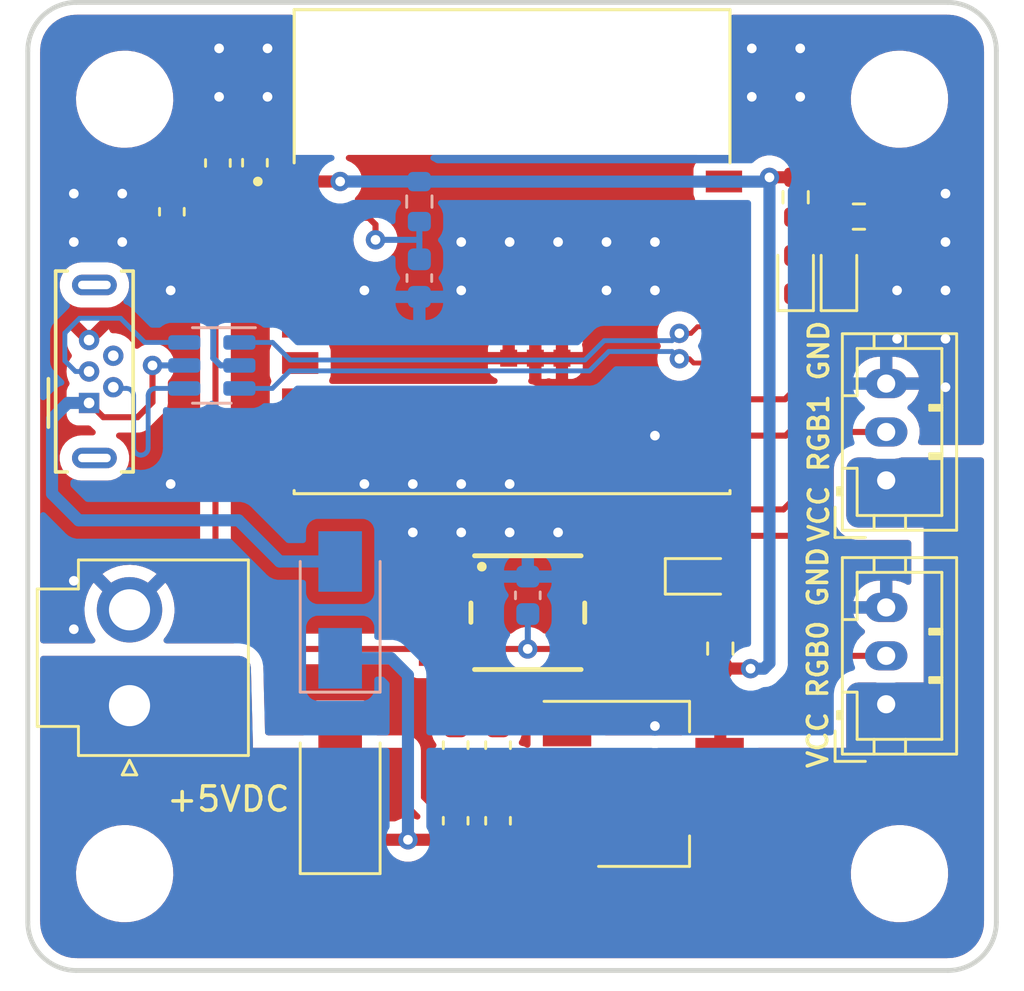
<source format=kicad_pcb>
(kicad_pcb (version 20211014) (generator pcbnew)
  (layers (0 "F.Cu" signal) (31 "B.Cu" signal) (34 "B.Paste" user) (35 "F.Paste" user) (36 "B.SilkS" user "B.Silkscreen") (37 "F.SilkS" user "F.Silkscreen") (38 "B.Mask" user) (39 "F.Mask" user) (44 "Edge.Cuts" user))
  (net 0 "")
  (net 1 "EN")
  (net 2 "GND")
  (net 3 "+3.3V")
  (net 4 "VBUS")
  (net 5 "VCC")
  (net 6 "/Connector/VBUS_USB")
  (net 7 "Net-(D3-Pad2)")
  (net 8 "RXD")
  (net 9 "Net-(D4-Pad2)")
  (net 10 "TXD")
  (net 11 "Net-(D5-Pad2)")
  (net 12 "D-")
  (net 13 "D+")
  (net 16 "RGB0")
  (net 17 "RGB1")
  (net 27 "CONN_D-")
  (net 28 "CONN_D+")
  (footprint "Connector_JST:JST_VH_B2P-VH-B_1x02_P3.96mm_Vertical" (layer "F.Cu") (at 114.2 103.0575 90)
    (fp_text reference "J1" hide)
    (fp_text value "Conn_01x02")
    (fp_line (start -2.06 4.91) (end -2.06 -2.11) (layer "F.SilkS") (width 0.12))
    (fp_line (start -2.06 -2.11) (end -0.86 -2.11) (layer "F.SilkS") (width 0.12))
    (fp_line (start 6.02 -2.11) (end 6.02 4.91) (layer "F.SilkS") (width 0.12))
    (fp_line (start -2.26 0) (end -2.86 0.3) (layer "F.SilkS") (width 0.12))
    (fp_line (start -2.86 -0.3) (end -2.26 0) (layer "F.SilkS") (width 0.12))
    (fp_line (start 4.82 -2.11) (end 6.02 -2.11) (layer "F.SilkS") (width 0.12))
    (fp_line (start -2.86 0.3) (end -2.86 -0.3) (layer "F.SilkS") (width 0.12))
    (fp_line (start 4.82 -3.81) (end 4.82 -2.11) (layer "F.SilkS") (width 0.12))
    (fp_line (start 6.02 4.91) (end -2.06 4.91) (layer "F.SilkS") (width 0.12))
    (fp_line (start -0.86 -3.81) (end 4.82 -3.81) (layer "F.SilkS") (width 0.12))
    (fp_line (start -0.86 -2.11) (end -0.86 -3.81) (layer "F.SilkS") (width 0.12))
    (pad "1" thru_hole roundrect (at 0 0 90) (size 2.7 2.7) (drill 1.7) (layers *.Cu *.Mask) (roundrect_rratio 0.092593) (net 5 "VCC"))
    (pad "2" thru_hole circle (at 3.96 0 90) (size 2.7 2.7) (drill 1.7) (layers *.Cu *.Mask) (net 2 "GND"))
  )
  (footprint "LED_SMD:LED_0603_1608Metric" (layer "F.Cu") (at 141.71 85.25 90)
    (fp_text reference "D4" hide)
    (fp_text value "LED")
    (fp_line (start 0.8 -0.735) (end -1.485 -0.735) (layer "F.SilkS") (width 0.12))
    (fp_line (start -1.485 0.735) (end 0.8 0.735) (layer "F.SilkS") (width 0.12))
    (fp_line (start -1.485 -0.735) (end -1.485 0.735) (layer "F.SilkS") (width 0.12))
    (pad "1" smd roundrect (at -0.7875 0 90) (size 0.875 0.95) (layers "F.Cu" "F.Paste" "F.Mask") (net 8 "RXD"))
    (pad "2" smd roundrect (at 0.7875 0 90) (size 0.875 0.95) (layers "F.Cu" "F.Paste" "F.Mask") (net 9 "Net-(D4-Pad2)"))
  )
  (footprint "Resistor_SMD:R_0603_1608Metric" (layer "F.Cu") (at 141.71 82.05 -90)
    (fp_text reference "R3" hide)
    (fp_text value "1K")
    (fp_line (start -0.237258 -0.5225) (end 0.237258 -0.5225) (layer "F.SilkS") (width 0.12))
    (fp_line (start -0.237258 0.5225) (end 0.237258 0.5225) (layer "F.SilkS") (width 0.12))
    (pad "1" smd roundrect (at -0.825 0 270) (size 0.8 0.95) (layers "F.Cu" "F.Paste" "F.Mask") (net 3 "+3.3V"))
    (pad "2" smd roundrect (at 0.825 0 270) (size 0.8 0.95) (layers "F.Cu" "F.Paste" "F.Mask") (net 9 "Net-(D4-Pad2)"))
  )
  (footprint "LED_SMD:LED_0603_1608Metric" (layer "F.Cu") (at 143.5 85.25 90)
    (fp_text reference "D5" hide)
    (fp_text value "LED")
    (fp_line (start 0.8 -0.735) (end -1.485 -0.735) (layer "F.SilkS") (width 0.12))
    (fp_line (start -1.485 0.735) (end 0.8 0.735) (layer "F.SilkS") (width 0.12))
    (fp_line (start -1.485 -0.735) (end -1.485 0.735) (layer "F.SilkS") (width 0.12))
    (pad "1" smd roundrect (at -0.7875 0 90) (size 0.875 0.95) (layers "F.Cu" "F.Paste" "F.Mask") (net 10 "TXD"))
    (pad "2" smd roundrect (at 0.7875 0 90) (size 0.875 0.95) (layers "F.Cu" "F.Paste" "F.Mask") (net 11 "Net-(D5-Pad2)"))
  )
  (footprint "Dotworld:Tactile_Switch" (layer "F.Cu") (at 130.65 99.215)
    (fp_text reference "U1" hide)
    (fp_text value "Tactile_Switch")
    (fp_line (start -2.2 -2.35) (end 2.2 -2.35) (layer "F.SilkS") (width 0.2))
    (fp_line (start 2.2 2.35) (end -2.2 2.35) (layer "F.SilkS") (width 0.2))
    (fp_line (start -2.35 -0.4) (end -2.35 0.4) (layer "F.SilkS") (width 0.2))
    (fp_line (start 2.35 0.4) (end 2.35 -0.4) (layer "F.SilkS") (width 0.2))
    (fp_circle (center -1.9 -1.9) (end -1.8 -1.9) (layer "F.SilkS") (width 0.2) (fill none))
    (pad "1" smd rect (at -3.5 -1.5) (size 2 1.4) (layers "F.Cu" "F.Paste" "F.Mask") (net 2 "GND"))
    (pad "2" smd rect (at 3.5 -1.5) (size 2 1.4) (layers "F.Cu" "F.Paste" "F.Mask") (net 2 "GND"))
    (pad "3" smd rect (at -3.5 1.5) (size 2 1.4) (layers "F.Cu" "F.Paste" "F.Mask") (net 1 "EN"))
    (pad "4" smd rect (at 3.5 1.5) (size 2 1.4) (layers "F.Cu" "F.Paste" "F.Mask") (net 1 "EN"))
  )
  (footprint "Resistor_SMD:R_0603_1608Metric" (layer "F.Cu") (at 144.325 82.85 180)
    (fp_text reference "R4" hide)
    (fp_text value "1K")
    (fp_line (start -0.237258 -0.5225) (end 0.237258 -0.5225) (layer "F.SilkS") (width 0.12))
    (fp_line (start -0.237258 0.5225) (end 0.237258 0.5225) (layer "F.SilkS") (width 0.12))
    (pad "1" smd roundrect (at -0.825 0 180) (size 0.8 0.95) (layers "F.Cu" "F.Paste" "F.Mask") (net 3 "+3.3V"))
    (pad "2" smd roundrect (at 0.825 0 180) (size 0.8 0.95) (layers "F.Cu" "F.Paste" "F.Mask") (net 11 "Net-(D5-Pad2)"))
  )
  (footprint "Package_TO_SOT_SMD:SOT-223-3_TabPin2" (layer "F.Cu") (at 135.42 106.29)
    (fp_text reference "U3" hide)
    (fp_text value "AMS1117-3.3")
    (fp_line (start -1.85 3.41) (end 1.91 3.41) (layer "F.SilkS") (width 0.12))
    (fp_line (start 1.91 -3.41) (end 1.91 -2.15) (layer "F.SilkS") (width 0.12))
    (fp_line (start 1.91 3.41) (end 1.91 2.15) (layer "F.SilkS") (width 0.12))
    (fp_line (start -4.1 -3.41) (end 1.91 -3.41) (layer "F.SilkS") (width 0.12))
    (pad "1" smd rect (at -3.15 -2.3) (size 2 1.5) (layers "F.Cu" "F.Paste" "F.Mask") (net 2 "GND"))
    (pad "2" smd rect (at -3.15 0) (size 2 1.5) (layers "F.Cu" "F.Paste" "F.Mask") (net 3 "+3.3V"))
    (pad "2" smd rect (at 3.15 0) (size 2 3.8) (layers "F.Cu" "F.Paste" "F.Mask") (net 3 "+3.3V"))
    (pad "3" smd rect (at -3.15 2.3) (size 2 1.5) (layers "F.Cu" "F.Paste" "F.Mask") (net 4 "VBUS"))
  )
  (footprint "LED_SMD:LED_0603_1608Metric" (layer "F.Cu") (at 137.8125 97.715)
    (fp_text reference "D3" hide)
    (fp_text value "LED")
    (fp_line (start -1.485 0.735) (end 0.8 0.735) (layer "F.SilkS") (width 0.12))
    (fp_line (start 0.8 -0.735) (end -1.485 -0.735) (layer "F.SilkS") (width 0.12))
    (fp_line (start -1.485 -0.735) (end -1.485 0.735) (layer "F.SilkS") (width 0.12))
    (pad "1" smd roundrect (at -0.7875 0) (size 0.875 0.95) (layers "F.Cu" "F.Paste" "F.Mask") (net 2 "GND"))
    (pad "2" smd roundrect (at 0.7875 0) (size 0.875 0.95) (layers "F.Cu" "F.Paste" "F.Mask") (net 7 "Net-(D3-Pad2)"))
  )
  (footprint "Connector_JST:JST_PH_B3B-PH-K_1x03_P2.00mm_Vertical" (layer "F.Cu") (at 145.45 93.75 90)
    (fp_text reference "J4" hide)
    (fp_text value "Conn_01x03")
    (fp_line (start 5.45 -1.2) (end 3.5 -1.2) (layer "F.SilkS") (width 0.12))
    (fp_line (start -1.11 -2.11) (end -2.36 -2.11) (layer "F.SilkS") (width 0.12))
    (fp_line (start 3.1 1.8) (end 3.1 2.3) (layer "F.SilkS") (width 0.12))
    (fp_line (start -2.36 -2.11) (end -2.36 -0.86) (layer "F.SilkS") (width 0.12))
    (fp_line (start -2.06 0.8) (end -1.45 0.8) (layer "F.SilkS") (width 0.12))
    (fp_line (start -2.06 -0.5) (end -1.45 -0.5) (layer "F.SilkS") (width 0.12))
    (fp_line (start -2.06 2.91) (end 6.06 2.91) (layer "F.SilkS") (width 0.12))
    (fp_line (start -0.3 -1.81) (end -0.3 -2.01) (layer "F.SilkS") (width 0.12))
    (fp_line (start 6.06 -1.81) (end -2.06 -1.81) (layer "F.SilkS") (width 0.12))
    (fp_line (start -2.06 -1.81) (end -2.06 2.91) (layer "F.SilkS") (width 0.12))
    (fp_line (start 3 2.3) (end 3 1.8) (layer "F.SilkS") (width 0.12))
    (fp_line (start 1.1 1.8) (end 1.1 2.3) (layer "F.SilkS") (width 0.12))
    (fp_line (start 6.06 0.8) (end 5.45 0.8) (layer "F.SilkS") (width 0.12))
    (fp_line (start 1 2.3) (end 1 1.8) (layer "F.SilkS") (width 0.12))
    (fp_line (start -1.45 -1.2) (end -1.45 2.3) (layer "F.SilkS") (width 0.12))
    (fp_line (start 2.9 2.3) (end 2.9 1.8) (layer "F.SilkS") (width 0.12))
    (fp_line (start 0.9 1.8) (end 1.1 1.8) (layer "F.SilkS") (width 0.12))
    (fp_line (start 2.9 1.8) (end 3.1 1.8) (layer "F.SilkS") (width 0.12))
    (fp_line (start -0.3 -1.91) (end -0.6 -1.91) (layer "F.SilkS") (width 0.12))
    (fp_line (start -0.3 -2.01) (end -0.6 -2.01) (layer "F.SilkS") (width 0.12))
    (fp_line (start -0.6 -2.01) (end -0.6 -1.81) (layer "F.SilkS") (width 0.12))
    (fp_line (start -1.45 2.3) (end 5.45 2.3) (layer "F.SilkS") (width 0.12))
    (fp_line (start 3.5 -1.2) (end 3.5 -1.81) (layer "F.SilkS") (width 0.12))
    (fp_line (start 0.9 2.3) (end 0.9 1.8) (layer "F.SilkS") (width 0.12))
    (fp_line (start 6.06 -0.5) (end 5.45 -0.5) (layer "F.SilkS") (width 0.12))
    (fp_line (start 5.45 2.3) (end 5.45 -1.2) (layer "F.SilkS") (width 0.12))
    (fp_line (start 6.06 2.91) (end 6.06 -1.81) (layer "F.SilkS") (width 0.12))
    (fp_line (start 0.5 -1.2) (end -1.45 -1.2) (layer "F.SilkS") (width 0.12))
    (fp_line (start 0.5 -1.81) (end 0.5 -1.2) (layer "F.SilkS") (width 0.12))
    (pad "1" thru_hole roundrect (at 0 0 90) (size 1.2 1.75) (drill 0.75) (layers *.Cu *.Mask) (roundrect_rratio 0.208333) (net 5 "VCC"))
    (pad "2" thru_hole oval (at 2 0 90) (size 1.2 1.75) (drill 0.75) (layers *.Cu *.Mask) (net 17 "RGB1"))
    (pad "3" thru_hole oval (at 4 0 90) (size 1.2 1.75) (drill 0.75) (layers *.Cu *.Mask) (net 2 "GND"))
  )
  (footprint "MountingHole:MountingHole_3mm" (layer "F.Cu") (at 146 110)
    (fp_text reference "H3" hide)
    (fp_text value "MountingHole")
    (pad "" np_thru_hole circle (at 0 0) (size 3 3) (drill 3) (layers *.Cu *.Mask))
  )
  (footprint "Connector_JST:JST_PH_B3B-PH-K_1x03_P2.00mm_Vertical" (layer "F.Cu") (at 145.45 103 90)
    (fp_text reference "J3" hide)
    (fp_text value "Conn_01x03")
    (fp_line (start 6.06 -1.81) (end -2.06 -1.81) (layer "F.SilkS") (width 0.12))
    (fp_line (start 2.9 2.3) (end 2.9 1.8) (layer "F.SilkS") (width 0.12))
    (fp_line (start 1.1 1.8) (end 1.1 2.3) (layer "F.SilkS") (width 0.12))
    (fp_line (start 3.5 -1.2) (end 3.5 -1.81) (layer "F.SilkS") (width 0.12))
    (fp_line (start 1 2.3) (end 1 1.8) (layer "F.SilkS") (width 0.12))
    (fp_line (start 6.06 0.8) (end 5.45 0.8) (layer "F.SilkS") (width 0.12))
    (fp_line (start -0.3 -1.81) (end -0.3 -2.01) (layer "F.SilkS") (width 0.12))
    (fp_line (start -2.36 -2.11) (end -2.36 -0.86) (layer "F.SilkS") (width 0.12))
    (fp_line (start -1.45 2.3) (end 5.45 2.3) (layer "F.SilkS") (width 0.12))
    (fp_line (start -0.3 -1.91) (end -0.6 -1.91) (layer "F.SilkS") (width 0.12))
    (fp_line (start 5.45 -1.2) (end 3.5 -1.2) (layer "F.SilkS") (width 0.12))
    (fp_line (start 6.06 -0.5) (end 5.45 -0.5) (layer "F.SilkS") (width 0.12))
    (fp_line (start -2.06 -0.5) (end -1.45 -0.5) (layer "F.SilkS") (width 0.12))
    (fp_line (start 3 2.3) (end 3 1.8) (layer "F.SilkS") (width 0.12))
    (fp_line (start 6.06 2.91) (end 6.06 -1.81) (layer "F.SilkS") (width 0.12))
    (fp_line (start 3.1 1.8) (end 3.1 2.3) (layer "F.SilkS") (width 0.12))
    (fp_line (start 0.9 1.8) (end 1.1 1.8) (layer "F.SilkS") (width 0.12))
    (fp_line (start -2.06 -1.81) (end -2.06 2.91) (layer "F.SilkS") (width 0.12))
    (fp_line (start -0.6 -2.01) (end -0.6 -1.81) (layer "F.SilkS") (width 0.12))
    (fp_line (start 0.5 -1.2) (end -1.45 -1.2) (layer "F.SilkS") (width 0.12))
    (fp_line (start -1.45 -1.2) (end -1.45 2.3) (layer "F.SilkS") (width 0.12))
    (fp_line (start -2.06 2.91) (end 6.06 2.91) (layer "F.SilkS") (width 0.12))
    (fp_line (start -1.11 -2.11) (end -2.36 -2.11) (layer "F.SilkS") (width 0.12))
    (fp_line (start -0.3 -2.01) (end -0.6 -2.01) (layer "F.SilkS") (width 0.12))
    (fp_line (start 0.9 2.3) (end 0.9 1.8) (layer "F.SilkS") (width 0.12))
    (fp_line (start 5.45 2.3) (end 5.45 -1.2) (layer "F.SilkS") (width 0.12))
    (fp_line (start -2.06 0.8) (end -1.45 0.8) (layer "F.SilkS") (width 0.12))
    (fp_line (start 0.5 -1.81) (end 0.5 -1.2) (layer "F.SilkS") (width 0.12))
    (fp_line (start 2.9 1.8) (end 3.1 1.8) (layer "F.SilkS") (width 0.12))
    (pad "1" thru_hole roundrect (at 0 0 90) (size 1.2 1.75) (drill 0.75) (layers *.Cu *.Mask) (roundrect_rratio 0.208333) (net 5 "VCC"))
    (pad "2" thru_hole oval (at 2 0 90) (size 1.2 1.75) (drill 0.75) (layers *.Cu *.Mask) (net 16 "RGB0"))
    (pad "3" thru_hole oval (at 4 0 90) (size 1.2 1.75) (drill 0.75) (layers *.Cu *.Mask) (net 2 "GND"))
  )
  (footprint "Diode_SMD:D_SMA" (layer "F.Cu") (at 122.9 106.6 90)
    (fp_text reference "D1" hide)
    (fp_text value "SS34")
    (fp_line (start -3.4 1.65) (end 2 1.65) (layer "F.SilkS") (width 0.12))
    (fp_line (start -3.4 -1.65) (end 2 -1.65) (layer "F.SilkS") (width 0.12))
    (fp_line (start -3.4 -1.65) (end -3.4 1.65) (layer "F.SilkS") (width 0.12))
    (pad "1" smd rect (at -2 0 90) (size 2.5 1.8) (layers "F.Cu" "F.Paste" "F.Mask") (net 4 "VBUS"))
    (pad "2" smd rect (at 2 0 90) (size 2.5 1.8) (layers "F.Cu" "F.Paste" "F.Mask") (net 5 "VCC"))
  )
  (footprint "Capacitor_SMD:C_0603_1608Metric" (layer "F.Cu") (at 129.42 107.815 90)
    (fp_text reference "C6" hide)
    (fp_text value "10uF")
    (fp_line (start -0.14058 -0.51) (end 0.14058 -0.51) (layer "F.SilkS") (width 0.12))
    (fp_line (start -0.14058 0.51) (end 0.14058 0.51) (layer "F.SilkS") (width 0.12))
    (pad "1" smd roundrect (at -0.775 0 90) (size 0.9 0.95) (layers "F.Cu" "F.Paste" "F.Mask") (net 4 "VBUS"))
    (pad "2" smd roundrect (at 0.775 0 90) (size 0.9 0.95) (layers "F.Cu" "F.Paste" "F.Mask") (net 2 "GND"))
  )
  (footprint "Capacitor_SMD:C_0603_1608Metric" (layer "F.Cu") (at 127.67 107.815 90)
    (fp_text reference "C7" hide)
    (fp_text value "0.1uF")
    (fp_line (start -0.14058 0.51) (end 0.14058 0.51) (layer "F.SilkS") (width 0.12))
    (fp_line (start -0.14058 -0.51) (end 0.14058 -0.51) (layer "F.SilkS") (width 0.12))
    (pad "1" smd roundrect (at -0.775 0 90) (size 0.9 0.95) (layers "F.Cu" "F.Paste" "F.Mask") (net 4 "VBUS"))
    (pad "2" smd roundrect (at 0.775 0 90) (size 0.9 0.95) (layers "F.Cu" "F.Paste" "F.Mask") (net 2 "GND"))
  )
  (footprint "Dotworld:ESP32-C3-WROOM-02-H4" (layer "F.Cu") (at 130 84.3)
    (fp_text reference "U2" hide)
    (fp_text value "ESP32-C3-WROOM-02-N4")
    (fp_line (start 9 -3.67) (end 9 -10) (layer "F.SilkS") (width 0.127))
    (fp_line (start 9 -10) (end -9 -10) (layer "F.SilkS") (width 0.127))
    (fp_line (start -9 10) (end 9 10) (layer "F.SilkS") (width 0.127))
    (fp_line (start -9 10) (end -9 9.87) (layer "F.SilkS") (width 0.127))
    (fp_line (start 9 10) (end 9 9.87) (layer "F.SilkS") (width 0.127))
    (fp_line (start -9 -10) (end -9 -3.67) (layer "F.SilkS") (width 0.127))
    (fp_circle (center -10.5 -2.9) (end -10.4 -2.9) (layer "F.SilkS") (width 0.2) (fill none))
    (pad "1" smd rect (at -8.75 -2.9) (size 1.5 0.9) (layers "F.Cu" "F.Paste" "F.Mask") (net 3 "+3.3V"))
    (pad "2" smd rect (at -8.75 -1.4) (size 1.5 0.9) (layers "F.Cu" "F.Paste" "F.Mask") (net 1 "EN"))
    (pad "3" smd rect (at -8.75 0.1) (size 1.5 0.9) (layers "F.Cu" "F.Paste" "F.Mask"))
    (pad "4" smd rect (at -8.75 1.6) (size 1.5 0.9) (layers "F.Cu" "F.Paste" "F.Mask"))
    (pad "5" smd rect (at -8.75 3.1) (size 1.5 0.9) (layers "F.Cu" "F.Paste" "F.Mask"))
    (pad "6" smd rect (at -8.75 4.6) (size 1.5 0.9) (layers "F.Cu" "F.Paste" "F.Mask"))
    (pad "7" smd rect (at -8.75 6.1) (size 1.5 0.9) (layers "F.Cu" "F.Paste" "F.Mask") (net 17 "RGB1"))
    (pad "8" smd rect (at -8.75 7.6) (size 1.5 0.9) (layers "F.Cu" "F.Paste" "F.Mask") (net 16 "RGB0"))
    (pad "9" smd rect (at -8.75 9.1) (size 1.5 0.9) (layers "F.Cu" "F.Paste" "F.Mask") (net 2 "GND"))
    (pad "10" smd rect (at 8.75 9.1) (size 1.5 0.9) (layers "F.Cu" "F.Paste" "F.Mask"))
    (pad "11" smd rect (at 8.75 7.6) (size 1.5 0.9) (layers "F.Cu" "F.Paste" "F.Mask") (net 10 "TXD"))
    (pad "12" smd rect (at 8.75 6.1) (size 1.5 0.9) (layers "F.Cu" "F.Paste" "F.Mask") (net 8 "RXD"))
    (pad "13" smd rect (at 8.75 4.6) (size 1.5 0.9) (layers "F.Cu" "F.Paste" "F.Mask") (net 12 "D-"))
    (pad "14" smd rect (at 8.75 3.1) (size 1.5 0.9) (layers "F.Cu" "F.Paste" "F.Mask") (net 13 "D+"))
    (pad "15" smd rect (at 8.75 1.6) (size 1.5 0.9) (layers "F.Cu" "F.Paste" "F.Mask"))
    (pad "16" smd rect (at 8.75 0.1) (size 1.5 0.9) (layers "F.Cu" "F.Paste" "F.Mask"))
    (pad "17" smd rect (at 8.75 -1.4) (size 1.5 0.9) (layers "F.Cu" "F.Paste" "F.Mask"))
    (pad "18" smd rect (at 8.75 -2.9) (size 1.5 0.9) (layers "F.Cu" "F.Paste" "F.Mask"))
    (pad "19" smd rect (at -0.14 2.2) (size 0.7 0.7) (layers "F.Cu" "F.Paste" "F.Mask") (net 2 "GND"))
    (pad "20" smd rect (at 0.96 2.2) (size 0.7 0.7) (layers "F.Cu" "F.Paste" "F.Mask") (net 2 "GND"))
    (pad "21" smd rect (at 2.06 2.2) (size 0.7 0.7) (layers "F.Cu" "F.Paste" "F.Mask") (net 2 "GND"))
    (pad "22" smd rect (at -0.14 3.3) (size 0.7 0.7) (layers "F.Cu" "F.Paste" "F.Mask") (net 2 "GND"))
    (pad "23" smd rect (at 0.96 3.3) (size 0.7 0.7) (layers "F.Cu" "F.Paste" "F.Mask") (net 2 "GND"))
    (pad "24" smd rect (at 2.06 3.3) (size 0.7 0.7) (layers "F.Cu" "F.Paste" "F.Mask") (net 2 "GND"))
    (pad "25" smd rect (at -0.14 4.4) (size 0.7 0.7) (layers "F.Cu" "F.Paste" "F.Mask") (net 2 "GND"))
    (pad "26" smd rect (at 0.96 4.4) (size 0.7 0.7) (layers "F.Cu" "F.Paste" "F.Mask") (net 2 "GND"))
    (pad "27" smd rect (at 2.06 4.4) (size 0.7 0.7) (layers "F.Cu" "F.Paste" "F.Mask") (net 2 "GND"))
    (zone (net 0) (net_name "") (layer "F.Cu") (connect_pads (clearance 0)) (min_thickness 0.01)
      (keepout (tracks not_allowed) (vias not_allowed) (pads not_allowed) (copperpour not_allowed) (footprints allowed))
      (fill (thermal_gap 0.508) (thermal_bridge_width 0.508))
      (polygon (pts (xy 121 74.3) (xy 139 74.3) (xy 139 80.3) (xy 121 80.3)))
    )
    (zone (net 0) (net_name "") (layer "B.Cu") (connect_pads (clearance 0)) (min_thickness 0.01)
      (keepout (tracks not_allowed) (vias not_allowed) (pads not_allowed) (copperpour not_allowed) (footprints allowed))
      (fill (thermal_gap 0.508) (thermal_bridge_width 0.508))
      (polygon (pts (xy 121 74.3) (xy 139 74.3) (xy 139 80.3) (xy 121 80.3)))
    )
  )
  (footprint "Connector_USB:USB_Micro-B_Wuerth_614105150721_Vertical" (layer "F.Cu") (at 112.53 90.55 90)
    (fp_text reference "J2" hide)
    (fp_text value "USB_B_Micro")
    (fp_line (start -2.85 -0.905) (end -2.85 -1.38) (layer "F.SilkS") (width 0.15))
    (fp_line (start 5.45 1.82) (end 5.45 1.345) (layer "F.SilkS") (width 0.15))
    (fp_line (start -2.85 1.345) (end -2.85 1.82) (layer "F.SilkS") (width 0.15))
    (fp_line (start -2.85 -1.38) (end 5.45 -1.38) (layer "F.SilkS") (width 0.15))
    (fp_line (start -1 -1.68) (end 1 -1.68) (layer "F.SilkS") (width 0.15))
    (fp_line (start 5.45 -1.38) (end 5.45 -0.905) (layer "F.SilkS") (width 0.15))
    (fp_line (start -2.85 1.82) (end 5.45 1.82) (layer "F.SilkS") (width 0.15))
    (pad "1" thru_hole rect (at 0 0 90) (size 0.84 0.84) (drill 0.44) (layers *.Cu *.Mask) (net 6 "/Connector/VBUS_USB"))
    (pad "2" thru_hole circle (at 0.65 1 90) (size 0.84 0.84) (drill 0.44) (layers *.Cu *.Mask) (net 27 "CONN_D-"))
    (pad "3" thru_hole circle (at 1.3 0 90) (size 0.84 0.84) (drill 0.44) (layers *.Cu *.Mask) (net 28 "CONN_D+"))
    (pad "4" thru_hole circle (at 1.95 1 90) (size 0.84 0.84) (drill 0.44) (layers *.Cu *.Mask))
    (pad "5" thru_hole circle (at 2.6 0 90) (size 0.84 0.84) (drill 0.44) (layers *.Cu *.Mask) (net 2 "GND"))
    (pad "6" thru_hole oval (at 4.875 0.22 90) (size 0.85 1.85) (drill oval 0.35 1.35) (layers *.Cu *.Mask))
    (pad "6" thru_hole oval (at -2.275 0.22 90) (size 0.85 1.85) (drill oval 0.35 1.35) (layers *.Cu *.Mask))
  )
  (footprint "MountingHole:MountingHole_3mm" (layer "F.Cu") (at 146 78)
    (fp_text reference "H2" hide)
    (fp_text value "MountingHole")
    (pad "" np_thru_hole circle (at 0 0) (size 3 3) (drill 3) (layers *.Cu *.Mask))
  )
  (footprint "Capacitor_SMD:C_0603_1608Metric" (layer "F.Cu") (at 127.67 104.69 90)
    (fp_text reference "C9" hide)
    (fp_text value "0.1uF")
    (fp_line (start -0.14058 0.51) (end 0.14058 0.51) (layer "F.SilkS") (width 0.12))
    (fp_line (start -0.14058 -0.51) (end 0.14058 -0.51) (layer "F.SilkS") (width 0.12))
    (pad "1" smd roundrect (at -0.775 0 90) (size 0.9 0.95) (layers "F.Cu" "F.Paste" "F.Mask") (net 3 "+3.3V"))
    (pad "2" smd roundrect (at 0.775 0 90) (size 0.9 0.95) (layers "F.Cu" "F.Paste" "F.Mask") (net 2 "GND"))
  )
  (footprint "Resistor_SMD:R_0603_1608Metric" (layer "F.Cu") (at 138.6 100.7 90)
    (fp_text reference "R2" hide)
    (fp_text value "1K")
    (fp_line (start -0.237258 0.5225) (end 0.237258 0.5225) (layer "F.SilkS") (width 0.12))
    (fp_line (start -0.237258 -0.5225) (end 0.237258 -0.5225) (layer "F.SilkS") (width 0.12))
    (pad "1" smd roundrect (at -0.825 0 90) (size 0.8 0.95) (layers "F.Cu" "F.Paste" "F.Mask") (net 3 "+3.3V"))
    (pad "2" smd roundrect (at 0.825 0 90) (size 0.8 0.95) (layers "F.Cu" "F.Paste" "F.Mask") (net 7 "Net-(D3-Pad2)"))
  )
  (footprint "MountingHole:MountingHole_3mm" (layer "F.Cu") (at 114 110)
    (fp_text reference "H4" hide)
    (fp_text value "MountingHole")
    (pad "" np_thru_hole circle (at 0 0) (size 3 3) (drill 3) (layers *.Cu *.Mask))
  )
  (footprint "Capacitor_SMD:C_0603_1608Metric" (layer "F.Cu") (at 117.85 80.635 90)
    (fp_text reference "C4" hide)
    (fp_text value "0.1uF")
    (fp_line (start -0.14058 -0.51) (end 0.14058 -0.51) (layer "F.SilkS") (width 0.12))
    (fp_line (start -0.14058 0.51) (end 0.14058 0.51) (layer "F.SilkS") (width 0.12))
    (pad "1" smd roundrect (at -0.775 0 90) (size 0.9 0.95) (layers "F.Cu" "F.Paste" "F.Mask") (net 3 "+3.3V"))
    (pad "2" smd roundrect (at 0.775 0 90) (size 0.9 0.95) (layers "F.Cu" "F.Paste" "F.Mask") (net 2 "GND"))
  )
  (footprint "Capacitor_SMD:C_0603_1608Metric" (layer "F.Cu") (at 119.38 80.625 90)
    (fp_text reference "C3" hide)
    (fp_text value "0.1uF")
    (fp_line (start -0.14058 -0.51) (end 0.14058 -0.51) (layer "F.SilkS") (width 0.12))
    (fp_line (start -0.14058 0.51) (end 0.14058 0.51) (layer "F.SilkS") (width 0.12))
    (pad "1" smd roundrect (at -0.775 0 90) (size 0.9 0.95) (layers "F.Cu" "F.Paste" "F.Mask") (net 3 "+3.3V"))
    (pad "2" smd roundrect (at 0.775 0 90) (size 0.9 0.95) (layers "F.Cu" "F.Paste" "F.Mask") (net 2 "GND"))
  )
  (footprint "MountingHole:MountingHole_3mm" (layer "F.Cu") (at 114 78)
    (fp_text reference "H1" hide)
    (fp_text value "MountingHole")
    (pad "" np_thru_hole circle (at 0 0) (size 3 3) (drill 3) (layers *.Cu *.Mask))
  )
  (footprint "Capacitor_SMD:C_0603_1608Metric" (layer "F.Cu") (at 129.42 104.69 90)
    (fp_text reference "C8" hide)
    (fp_text value "10uF")
    (fp_line (start -0.14058 0.51) (end 0.14058 0.51) (layer "F.SilkS") (width 0.12))
    (fp_line (start -0.14058 -0.51) (end 0.14058 -0.51) (layer "F.SilkS") (width 0.12))
    (pad "1" smd roundrect (at -0.775 0 90) (size 0.9 0.95) (layers "F.Cu" "F.Paste" "F.Mask") (net 3 "+3.3V"))
    (pad "2" smd roundrect (at 0.775 0 90) (size 0.9 0.95) (layers "F.Cu" "F.Paste" "F.Mask") (net 2 "GND"))
  )
  (footprint "Capacitor_SMD:C_0603_1608Metric" (layer "F.Cu") (at 115.95 82.65 -90)
    (fp_text reference "C5" hide)
    (fp_text value "22uF")
    (fp_line (start -0.14058 0.51) (end 0.14058 0.51) (layer "F.SilkS") (width 0.12))
    (fp_line (start -0.14058 -0.51) (end 0.14058 -0.51) (layer "F.SilkS") (width 0.12))
    (pad "1" smd roundrect (at -0.775 0 270) (size 0.9 0.95) (layers "F.Cu" "F.Paste" "F.Mask") (net 3 "+3.3V"))
    (pad "2" smd roundrect (at 0.775 0 270) (size 0.9 0.95) (layers "F.Cu" "F.Paste" "F.Mask") (net 2 "GND"))
  )
  (footprint "Diode_SMD:D_SMA" (layer "B.Cu") (at 122.9 99.1 90)
    (fp_text reference "D2" hide)
    (fp_text value "SS34")
    (fp_line (start -3.4 1.65) (end -3.4 -1.65) (layer "B.SilkS") (width 0.12))
    (fp_line (start -3.4 1.65) (end 2 1.65) (layer "B.SilkS") (width 0.12))
    (fp_line (start -3.4 -1.65) (end 2 -1.65) (layer "B.SilkS") (width 0.12))
    (pad "1" smd rect (at -2 0 90) (size 2.5 1.8) (layers "B.Cu" "B.Paste" "B.Mask") (net 4 "VBUS"))
    (pad "2" smd rect (at 2 0 90) (size 2.5 1.8) (layers "B.Cu" "B.Paste" "B.Mask") (net 6 "/Connector/VBUS_USB"))
  )
  (footprint "Capacitor_SMD:C_0603_1608Metric" (layer "B.Cu") (at 126.17 85.39 -90)
    (fp_text reference "C1" hide)
    (fp_text value "1uF")
    (fp_line (start -0.14058 0.51) (end 0.14058 0.51) (layer "B.SilkS") (width 0.12))
    (fp_line (start -0.14058 -0.51) (end 0.14058 -0.51) (layer "B.SilkS") (width 0.12))
    (pad "1" smd roundrect (at -0.775 0 270) (size 0.9 0.95) (layers "B.Cu" "B.Paste" "B.Mask") (net 1 "EN"))
    (pad "2" smd roundrect (at 0.775 0 270) (size 0.9 0.95) (layers "B.Cu" "B.Paste" "B.Mask") (net 2 "GND"))
  )
  (footprint "Resistor_SMD:R_0603_1608Metric" (layer "B.Cu") (at 126.17 82.23 -90)
    (fp_text reference "R1" hide)
    (fp_text value "10K")
    (fp_line (start -0.237258 0.5225) (end 0.237258 0.5225) (layer "B.SilkS") (width 0.12))
    (fp_line (start -0.237258 -0.5225) (end 0.237258 -0.5225) (layer "B.SilkS") (width 0.12))
    (pad "1" smd roundrect (at -0.825 0 270) (size 0.8 0.95) (layers "B.Cu" "B.Paste" "B.Mask") (net 3 "+3.3V"))
    (pad "2" smd roundrect (at 0.825 0 270) (size 0.8 0.95) (layers "B.Cu" "B.Paste" "B.Mask") (net 1 "EN"))
  )
  (footprint "Package_TO_SOT_SMD:SOT-23-6" (layer "B.Cu") (at 117.6 89 180)
    (fp_text reference "U4" hide)
    (fp_text value "USBLC6-2SC6")
    (fp_line (start 0 1.56) (end -1.8 1.56) (layer "B.SilkS") (width 0.12))
    (fp_line (start 0 -1.56) (end -0.8 -1.56) (layer "B.SilkS") (width 0.12))
    (fp_line (start 0 1.56) (end 0.8 1.56) (layer "B.SilkS") (width 0.12))
    (fp_line (start 0 -1.56) (end 0.8 -1.56) (layer "B.SilkS") (width 0.12))
    (pad "1" smd roundrect (at -1.1375 0.95 180) (size 1.325 0.6) (layers "B.Cu" "B.Paste" "B.Mask") (net 13 "D+"))
    (pad "2" smd roundrect (at -1.1375 0 180) (size 1.325 0.6) (layers "B.Cu" "B.Paste" "B.Mask") (net 2 "GND"))
    (pad "3" smd roundrect (at -1.1375 -0.95 180) (size 1.325 0.6) (layers "B.Cu" "B.Paste" "B.Mask") (net 12 "D-"))
    (pad "4" smd roundrect (at 1.1375 -0.95 180) (size 1.325 0.6) (layers "B.Cu" "B.Paste" "B.Mask") (net 27 "CONN_D-"))
    (pad "5" smd roundrect (at 1.1375 0 180) (size 1.325 0.6) (layers "B.Cu" "B.Paste" "B.Mask") (net 6 "/Connector/VBUS_USB"))
    (pad "6" smd roundrect (at 1.1375 0.95 180) (size 1.325 0.6) (layers "B.Cu" "B.Paste" "B.Mask") (net 28 "CONN_D+"))
  )
  (footprint "Capacitor_SMD:C_0603_1608Metric" (layer "B.Cu") (at 130.65 98.5 90)
    (fp_text reference "C2" hide)
    (fp_text value "1uF")
    (fp_line (start -0.14058 -0.51) (end 0.14058 -0.51) (layer "B.SilkS") (width 0.12))
    (fp_line (start -0.14058 0.51) (end 0.14058 0.51) (layer "B.SilkS") (width 0.12))
    (pad "1" smd roundrect (at -0.775 0 90) (size 0.9 0.95) (layers "B.Cu" "B.Paste" "B.Mask") (net 1 "EN"))
    (pad "2" smd roundrect (at 0.775 0 90) (size 0.9 0.95) (layers "B.Cu" "B.Paste" "B.Mask") (net 2 "GND"))
  )
  (gr_line locked (start 110 112) (end 110 76) (layer "Edge.Cuts") (width 0.2))
  (gr_line locked (start 150 76) (end 150 112) (layer "Edge.Cuts") (width 0.2))
  (gr_arc locked (start 112 114) (mid 110.585786 113.414214) (end 110 112) (layer "Edge.Cuts") (width 0.2))
  (gr_arc locked (start 150 112) (mid 149.414214 113.414214) (end 148 114) (layer "Edge.Cuts") (width 0.2))
  (gr_arc locked (start 110 76) (mid 110.585786 74.585786) (end 112 74) (layer "Edge.Cuts") (width 0.2))
  (gr_line locked (start 148 114) (end 112 114) (layer "Edge.Cuts") (width 0.2))
  (gr_line locked (start 112 74) (end 148 74) (layer "Edge.Cuts") (width 0.2))
  (gr_arc locked (start 148 74) (mid 149.414214 74.585786) (end 150 76) (layer "Edge.Cuts") (width 0.2))
  (gr_text "VCC RGB1 GND" (at 142.67 91.72 90) (layer "F.SilkS") (effects (font (size 0.8 0.8))))
  (gr_text "VCC RGB0 GND" (at 142.63 101.07 90) (layer "F.SilkS") (effects (font (size 0.8 0.8))))
  (gr_text "+5VDC" (at 118.28 106.92) (layer "F.SilkS") (effects (font (size 1 1))))
  (segment (start 117.75 83.47) (end 117.75 98.55) (width 0.25) (layer "F.Cu") (net 1))
  (segment (start 130.645 100.715) (end 134.15 100.715) (width 0.25) (layer "F.Cu") (net 1))
  (segment (start 124.08 82.9) (end 124.36 83.18) (width 0.25) (layer "F.Cu") (net 1))
  (segment (start 121.25 82.9) (end 124.08 82.9) (width 0.25) (layer "F.Cu") (net 1))
  (segment (start 118.32 82.9) (end 117.75 83.47) (width 0.25) (layer "F.Cu") (net 1))
  (segment (start 121.25 82.9) (end 118.32 82.9) (width 0.25) (layer "F.Cu") (net 1))
  (segment (start 127.15 100.715) (end 130.645 100.715) (width 0.25) (layer "F.Cu") (net 1))
  (segment (start 117.75 98.55) (end 119.915 100.715) (width 0.25) (layer "F.Cu") (net 1))
  (segment (start 119.915 100.715) (end 127.15 100.715) (width 0.25) (layer "F.Cu") (net 1))
  (segment (start 124.36 83.18) (end 124.36 83.81) (width 0.25) (layer "F.Cu") (net 1))
  (via (at 130.645 100.715) (size 0.8) (drill 0.4) (layers "F.Cu" "B.Cu") (net 1))
  (via (at 124.36 83.81) (size 0.8) (drill 0.4) (layers "F.Cu" "B.Cu") (net 1))
  (segment (start 130.65 100.71) (end 130.645 100.715) (width 0.25) (layer "B.Cu") (net 1))
  (segment (start 126.14 83.81) (end 124.36 83.81) (width 0.25) (layer "B.Cu") (net 1))
  (segment (start 126.17 83.055) (end 126.17 83.78) (width 0.25) (layer "B.Cu") (net 1))
  (segment (start 130.65 99.275) (end 130.65 100.71) (width 0.25) (layer "B.Cu") (net 1))
  (segment (start 126.17 83.78) (end 126.14 83.81) (width 0.25) (layer "B.Cu") (net 1))
  (segment (start 126.17 83.78) (end 126.17 84.615) (width 0.25) (layer "B.Cu") (net 1))
  (segment (start 126.36 104.21) (end 126.36 106.84) (width 0.25) (layer "F.Cu") (net 2))
  (segment (start 126.36 106.84) (end 126.56 107.04) (width 0.25) (layer "F.Cu") (net 2))
  (segment (start 127.67 103.915) (end 126.655 103.915) (width 0.25) (layer "F.Cu") (net 2))
  (segment (start 126.56 107.04) (end 127.67 107.04) (width 0.25) (layer "F.Cu") (net 2))
  (segment (start 126.655 103.915) (end 126.36 104.21) (width 0.25) (layer "F.Cu") (net 2))
  (via (at 127.9 95.9) (size 0.8) (drill 0.4) (layers "F.Cu" "B.Cu") (net 2))
  (via (at 141.9 75.9) (size 0.8) (drill 0.4) (layers "F.Cu" "B.Cu") (net 2))
  (via (at 127.9 85.9) (size 0.8) (drill 0.4) (layers "F.Cu" "B.Cu") (net 2))
  (via (at 117.9 75.9) (size 0.8) (drill 0.4) (layers "F.Cu" "B.Cu") (net 2))
  (via (at 131.9 83.9) (size 0.8) (drill 0.4) (layers "F.Cu" "B.Cu") (net 2))
  (via (at 127.9 83.9) (size 0.8) (drill 0.4) (layers "F.Cu" "B.Cu") (net 2))
  (via (at 111.9 83.9) (size 0.8) (drill 0.4) (layers "F.Cu" "B.Cu") (net 2))
  (via (at 147.9 85.9) (size 0.8) (drill 0.4) (layers "F.Cu" "B.Cu") (net 2))
  (via (at 111.9 97.9) (size 0.8) (drill 0.4) (layers "F.Cu" "B.Cu") (net 2))
  (via (at 141.9 77.9) (size 0.8) (drill 0.4) (layers "F.Cu" "B.Cu") (net 2))
  (via (at 129.9 93.9) (size 0.8) (drill 0.4) (layers "F.Cu" "B.Cu") (net 2))
  (via (at 145.9 87.9) (size 0.8) (drill 0.4) (layers "F.Cu" "B.Cu") (net 2))
  (via (at 123.9 93.9) (size 0.8) (drill 0.4) (layers "F.Cu" "B.Cu") (net 2))
  (via (at 111.9 99.9) (size 0.8) (drill 0.4) (layers "F.Cu" "B.Cu") (net 2))
  (via (at 135.9 85.9) (size 0.8) (drill 0.4) (layers "F.Cu" "B.Cu") (net 2))
  (via (at 117.9 77.9) (size 0.8) (drill 0.4) (layers "F.Cu" "B.Cu") (net 2))
  (via (at 135.9 91.9) (size 0.8) (drill 0.4) (layers "F.Cu" "B.Cu") (net 2))
  (via (at 119.9 77.9) (size 0.8) (drill 0.4) (layers "F.Cu" "B.Cu") (net 2))
  (via (at 115.9 85.9) (size 0.8) (drill 0.4) (layers "F.Cu" "B.Cu") (net 2))
  (via (at 127.9 93.9) (size 0.8) (drill 0.4) (layers "F.Cu" "B.Cu") (net 2))
  (via (at 147.9 81.9) (size 0.8) (drill 0.4) (layers "F.Cu" "B.Cu") (net 2))
  (via (at 113.9 81.9) (size 0.8) (drill 0.4) (layers "F.Cu" "B.Cu") (net 2))
  (via (at 129.9 95.9) (size 0.8) (drill 0.4) (layers "F.Cu" "B.Cu") (net 2))
  (via (at 115.9 93.9) (size 0.8) (drill 0.4) (layers "F.Cu" "B.Cu") (net 2))
  (via (at 139.9 77.9) (size 0.8) (drill 0.4) (layers "F.Cu" "B.Cu") (net 2))
  (via (at 123.9 85.9) (size 0.8) (drill 0.4) (layers "F.Cu" "B.Cu") (net 2))
  (via (at 113.9 83.9) (size 0.8) (drill 0.4) (layers "F.Cu" "B.Cu") (net 2))
  (via (at 119.9 75.9) (size 0.8) (drill 0.4) (layers "F.Cu" "B.Cu") (net 2))
  (via (at 147.9 87.9) (size 0.8) (drill 0.4) (layers "F.Cu" "B.Cu") (net 2))
  (via (at 133.9 83.9) (size 0.8) (drill 0.4) (layers "F.Cu" "B.Cu") (net 2))
  (via (at 111.9 81.9) (size 0.8) (drill 0.4) (layers "F.Cu" "B.Cu") (net 2))
  (via (at 129.9 83.9) (size 0.8) (drill 0.4) (layers "F.Cu" "B.Cu") (net 2))
  (via (at 133.9 85.9) (size 0.8) (drill 0.4) (layers "F.Cu" "B.Cu") (net 2))
  (via (at 145.9 85.9) (size 0.8) (drill 0.4) (layers "F.Cu" "B.Cu") (net 2))
  (via (at 147.9 89.9) (size 0.8) (drill 0.4) (layers "F.Cu" "B.Cu") (net 2))
  (via (at 125.9 93.9) (size 0.8) (drill 0.4) (layers "F.Cu" "B.Cu") (net 2))
  (via (at 135.9 103.9) (size 0.8) (drill 0.4) (layers "F.Cu" "B.Cu") (net 2))
  (via (at 139.9 75.9) (size 0.8) (drill 0.4) (layers "F.Cu" "B.Cu") (net 2))
  (via (at 131.9 95.9) (size 0.8) (drill 0.4) (layers "F.Cu" "B.Cu") (net 2))
  (via (at 135.9 83.9) (size 0.8) (drill 0.4) (layers "F.Cu" "B.Cu") (net 2))
  (via (at 125.9 95.9) (size 0.8) (drill 0.4) (layers "F.Cu" "B.Cu") (net 2))
  (via (at 147.9 83.9) (size 0.8) (drill 0.4) (layers "F.Cu" "B.Cu") (net 2))
  (segment (start 117.96 89) (end 117.66 88.7) (width 0.25) (layer "B.Cu") (net 2))
  (segment (start 117.66 88.7) (end 117.66 86.48) (width 0.25) (layer "B.Cu") (net 2))
  (segment (start 118.7375 89) (end 117.96 89) (width 0.25) (layer "B.Cu") (net 2))
  (segment (start 117.66 86.48) (end 117.08 85.9) (width 0.25) (layer "B.Cu") (net 2))
  (segment (start 117.08 85.9) (end 115.9 85.9) (width 0.25) (layer "B.Cu") (net 2))
  (segment (start 116.715 81.875) (end 117.18 81.41) (width 0.5) (layer "F.Cu") (net 3))
  (segment (start 117.18 81.41) (end 117.85 81.41) (width 0.5) (layer "F.Cu") (net 3))
  (segment (start 115.95 81.875) (end 116.715 81.875) (width 0.5) (layer "F.Cu") (net 3))
  (segment (start 140.635 81.225) (end 140.63 81.23) (width 0.5) (layer "F.Cu") (net 3))
  (segment (start 144.525 81.225) (end 145.15 81.85) (width 0.5) (layer "F.Cu") (net 3))
  (segment (start 132.27 106.29) (end 131.07 106.29) (width 0.5) (layer "F.Cu") (net 3))
  (segment (start 141.71 81.225) (end 144.525 81.225) (width 0.5) (layer "F.Cu") (net 3))
  (segment (start 139.845 101.525) (end 139.85 101.53) (width 0.5) (layer "F.Cu") (net 3))
  (segment (start 121.25 81.4) (end 119.38 81.4) (width 0.5) (layer "F.Cu") (net 3))
  (segment (start 145.15 81.85) (end 145.15 82.85) (width 0.5) (layer "F.Cu") (net 3))
  (segment (start 119.38 81.4) (end 117.86 81.4) (width 0.5) (layer "F.Cu") (net 3))
  (segment (start 138.6 101.525) (end 138.6 106.26) (width 0.5) (layer "F.Cu") (net 3))
  (segment (start 117.86 81.4) (end 117.85 81.41) (width 0.5) (layer "F.Cu") (net 3))
  (segment (start 141.71 81.225) (end 140.635 81.225) (width 0.5) (layer "F.Cu") (net 3))
  (segment (start 131.07 106.29) (end 130.245 105.465) (width 0.5) (layer "F.Cu") (net 3))
  (segment (start 132.27 106.29) (end 138.57 106.29) (width 0.5) (layer "F.Cu") (net 3))
  (segment (start 129.42 105.465) (end 127.67 105.465) (width 0.5) (layer "F.Cu") (net 3))
  (segment (start 138.6 101.525) (end 139.845 101.525) (width 0.5) (layer "F.Cu") (net 3))
  (segment (start 138.6 106.26) (end 138.57 106.29) (width 0.5) (layer "F.Cu") (net 3))
  (segment (start 130.245 105.465) (end 129.42 105.465) (width 0.5) (layer "F.Cu") (net 3))
  (segment (start 122.9 81.4) (end 121.25 81.4) (width 0.5) (layer "F.Cu") (net 3))
  (via (at 139.85 101.53) (size 0.8) (drill 0.4) (layers "F.Cu" "B.Cu") (net 3))
  (via (at 122.9 81.4) (size 0.8) (drill 0.4) (layers "F.Cu" "B.Cu") (net 3))
  (via (at 140.63 81.23) (size 0.8) (drill 0.4) (layers "F.Cu" "B.Cu") (net 3))
  (segment (start 126.17 81.405) (end 126.165 81.4) (width 0.5) (layer "B.Cu") (net 3))
  (segment (start 126.165 81.4) (end 122.9 81.4) (width 0.5) (layer "B.Cu") (net 3))
  (segment (start 140.455 81.405) (end 126.17 81.405) (width 0.5) (layer "B.Cu") (net 3))
  (segment (start 140.4 101.53) (end 140.63 101.3) (width 0.5) (layer "B.Cu") (net 3))
  (segment (start 139.85 101.53) (end 140.4 101.53) (width 0.5) (layer "B.Cu") (net 3))
  (segment (start 140.63 81.23) (end 140.455 81.405) (width 0.5) (layer "B.Cu") (net 3))
  (segment (start 140.63 101.3) (end 140.63 81.23) (width 0.5) (layer "B.Cu") (net 3))
  (segment (start 127.66 108.6) (end 127.67 108.59) (width 0.5) (layer "F.Cu") (net 4))
  (segment (start 125.7 108.6) (end 127.66 108.6) (width 0.5) (layer "F.Cu") (net 4))
  (segment (start 122.9 108.6) (end 125.7 108.6) (width 0.5) (layer "F.Cu") (net 4))
  (segment (start 129.42 108.59) (end 132.27 108.59) (width 0.5) (layer "F.Cu") (net 4))
  (segment (start 127.67 108.59) (end 129.42 108.59) (width 0.5) (layer "F.Cu") (net 4))
  (via (at 125.7 108.6) (size 0.8) (drill 0.4) (layers "F.Cu" "B.Cu") (net 4))
  (segment (start 125.7 101.8) (end 125.7 108.6) (width 0.5) (layer "B.Cu") (net 4))
  (segment (start 125 101.1) (end 125.7 101.8) (width 0.5) (layer "B.Cu") (net 4))
  (segment (start 122.9 101.1) (end 125 101.1) (width 0.5) (layer "B.Cu") (net 4))
  (segment (start 113.12 91.14) (end 112.53 90.55) (width 0.25) (layer "F.Cu") (net 6))
  (segment (start 115.15 90.52) (end 114.53 91.14) (width 0.25) (layer "F.Cu") (net 6))
  (segment (start 114.53 91.14) (end 113.12 91.14) (width 0.25) (layer "F.Cu") (net 6))
  (segment (start 115.15 89) (end 115.15 90.52) (width 0.25) (layer "F.Cu") (net 6))
  (via (at 115.15 89) (size 0.8) (drill 0.4) (layers "F.Cu" "B.Cu") (net 6))
  (segment (start 122.9 97.1) (end 120.4 97.1) (width 0.5) (layer "B.Cu") (net 6))
  (segment (start 120.4 97.1) (end 118.7 95.4) (width 0.5) (layer "B.Cu") (net 6))
  (segment (start 112.1 95.4) (end 111 94.3) (width 0.5) (layer "B.Cu") (net 6))
  (segment (start 111 94.3) (end 111 91.2) (width 0.5) (layer "B.Cu") (net 6))
  (segment (start 118.7 95.4) (end 112.1 95.4) (width 0.5) (layer "B.Cu") (net 6))
  (segment (start 111 91.2) (end 111.65 90.55) (width 0.5) (layer "B.Cu") (net 6))
  (segment (start 116.4625 89) (end 115.15 89) (width 0.25) (layer "B.Cu") (net 6))
  (segment (start 111.65 90.55) (end 112.53 90.55) (width 0.5) (layer "B.Cu") (net 6))
  (segment (start 138.6 99.875) (end 138.6 97.715) (width 0.25) (layer "F.Cu") (net 7))
  (segment (start 141.27 90.4) (end 141.71 89.96) (width 0.25) (layer "F.Cu") (net 8))
  (segment (start 141.71 89.96) (end 141.71 86.0375) (width 0.25) (layer "F.Cu") (net 8))
  (segment (start 138.75 90.4) (end 141.27 90.4) (width 0.25) (layer "F.Cu") (net 8))
  (segment (start 141.71 84.4625) (end 141.71 82.875) (width 0.25) (layer "F.Cu") (net 9))
  (segment (start 141.3 91.9) (end 143.5 89.7) (width 0.25) (layer "F.Cu") (net 10))
  (segment (start 143.5 89.7) (end 143.5 86.0375) (width 0.25) (layer "F.Cu") (net 10))
  (segment (start 138.75 91.9) (end 141.3 91.9) (width 0.25) (layer "F.Cu") (net 10))
  (segment (start 143.5 84.4625) (end 143.5 82.85) (width 0.25) (layer "F.Cu") (net 11))
  (segment (start 137.498603 88.9) (end 138.75 88.9) (width 0.2) (layer "F.Cu") (net 12))
  (segment (start 137.323603 88.725) (end 137.498603 88.9) (width 0.2) (layer "F.Cu") (net 12))
  (segment (start 136.91 88.725) (end 137.323603 88.725) (width 0.2) (layer "F.Cu") (net 12))
  (via (at 136.91 88.725) (size 0.8) (drill 0.4) (layers "F.Cu" "B.Cu") (net 12))
  (segment (start 133.993199 88.425001) (end 136.610001 88.425001) (width 0.2) (layer "B.Cu") (net 12))
  (segment (start 118.7375 89.95) (end 120.1 89.95) (width 0.2) (layer "B.Cu") (net 12))
  (segment (start 120.824999 89.225001) (end 133.193199 89.225001) (width 0.2) (layer "B.Cu") (net 12))
  (segment (start 120.1 89.95) (end 120.824999 89.225001) (width 0.2) (layer "B.Cu") (net 12))
  (segment (start 133.193199 89.225001) (end 133.993199 88.425001) (width 0.2) (layer "B.Cu") (net 12))
  (segment (start 136.610001 88.425001) (end 136.91 88.725) (width 0.2) (layer "B.Cu") (net 12))
  (segment (start 137.66 87.4) (end 138.75 87.4) (width 0.2) (layer "F.Cu") (net 13))
  (segment (start 137.385 87.675) (end 137.66 87.4) (width 0.2) (layer "F.Cu") (net 13))
  (segment (start 136.91 87.675) (end 137.385 87.675) (width 0.2) (layer "F.Cu") (net 13))
  (via (at 136.91 87.675) (size 0.8) (drill 0.4) (layers "F.Cu" "B.Cu") (net 13))
  (segment (start 133.806801 87.974999) (end 136.610001 87.974999) (width 0.2) (layer "B.Cu") (net 13))
  (segment (start 120.834999 88.774999) (end 133.006801 88.774999) (width 0.2) (layer "B.Cu") (net 13))
  (segment (start 118.7375 88.05) (end 120.11 88.05) (width 0.2) (layer "B.Cu") (net 13))
  (segment (start 120.11 88.05) (end 120.834999 88.774999) (width 0.2) (layer "B.Cu") (net 13))
  (segment (start 136.610001 87.974999) (end 136.91 87.675) (width 0.2) (layer "B.Cu") (net 13))
  (segment (start 133.006801 88.774999) (end 133.806801 87.974999) (width 0.2) (layer "B.Cu") (net 13))
  (segment (start 142.53 101) (end 145.45 101) (width 0.25) (layer "F.Cu") (net 16))
  (segment (start 141.94 96.31) (end 141.94 100.41) (width 0.25) (layer "F.Cu") (net 16))
  (segment (start 134.34 96.04) (end 141.67 96.04) (width 0.25) (layer "F.Cu") (net 16))
  (segment (start 141.94 100.41) (end 142.53 101) (width 0.25) (layer "F.Cu") (net 16))
  (segment (start 141.67 96.04) (end 141.94 96.31) (width 0.25) (layer "F.Cu") (net 16))
  (segment (start 130.2 91.9) (end 134.34 96.04) (width 0.25) (layer "F.Cu") (net 16))
  (segment (start 121.25 91.9) (end 130.2 91.9) (width 0.25) (layer "F.Cu") (net 16))
  (segment (start 141.96 92.36) (end 142.57 91.75) (width 0.25) (layer "F.Cu") (net 17))
  (segment (start 142.57 91.75) (end 145.45 91.75) (width 0.25) (layer "F.Cu") (net 17))
  (segment (start 130.67 90.4) (end 135.22 94.95) (width 0.25) (layer "F.Cu") (net 17))
  (segment (start 121.25 90.4) (end 130.67 90.4) (width 0.25) (layer "F.Cu") (net 17))
  (segment (start 141.96 94.2) (end 141.96 92.36) (width 0.25) (layer "F.Cu") (net 17))
  (segment (start 135.22 94.95) (end 141.21 94.95) (width 0.25) (layer "F.Cu") (net 17))
  (segment (start 141.21 94.95) (end 141.96 94.2) (width 0.25) (layer "F.Cu") (net 17))
  (segment (start 115.27 89.95) (end 115.32 89.95) (width 0.2) (layer "B.Cu") (net 27))
  (segment (start 114.97 92.405581) (end 114.97 90.25) (width 0.2) (layer "B.Cu") (net 27))
  (segment (start 115.32 89.95) (end 116.4625 89.95) (width 0.2) (layer "B.Cu") (net 27))
  (segment (start 114.37 90.25) (end 114.37 92.405581) (width 0.2) (layer "B.Cu") (net 27))
  (segment (start 113.53 89.9) (end 113.58 89.95) (width 0.2) (layer "B.Cu") (net 27))
  (segment (start 113.58 89.95) (end 114.07 89.95) (width 0.2) (layer "B.Cu") (net 27))
  (arc (start 114.37 92.405581) (mid 114.457868 92.617713) (end 114.67 92.705581) (width 0.2) (layer "B.Cu") (net 27))
  (arc (start 114.07 89.95) (mid 114.282132 90.037868) (end 114.37 90.25) (width 0.2) (layer "B.Cu") (net 27))
  (arc (start 114.67 92.705581) (mid 114.882132 92.617713) (end 114.97 92.405581) (width 0.2) (layer "B.Cu") (net 27))
  (arc (start 114.97 90.25) (mid 115.057868 90.037868) (end 115.27 89.95) (width 0.2) (layer "B.Cu") (net 27))
  (segment (start 111.53 87.66) (end 112.14 87.05) (width 0.2) (layer "B.Cu") (net 28))
  (segment (start 112.53 89.25) (end 111.97 89.25) (width 0.2) (layer "B.Cu") (net 28))
  (segment (start 111.97 89.25) (end 111.53 88.81) (width 0.2) (layer "B.Cu") (net 28))
  (segment (start 111.53 88.81) (end 111.53 87.66) (width 0.2) (layer "B.Cu") (net 28))
  (segment (start 112.14 87.05) (end 113.83 87.05) (width 0.2) (layer "B.Cu") (net 28))
  (segment (start 113.83 87.05) (end 114.83 88.05) (width 0.2) (layer "B.Cu") (net 28))
  (segment (start 114.83 88.05) (end 116.4625 88.05) (width 0.2) (layer "B.Cu") (net 28))
  (zone (net 5) (net_name "VCC") (layers F&B.Cu) (priority 1) (connect_pads yes (clearance 0.508)) (min_thickness 0.254) (fill yes (thermal_gap 0.508) (thermal_bridge_width 0.508) (smoothing fillet) (radius 0.5))
    (polygon (pts (xy 150 114) (xy 110 114) (xy 110 101) (xy 119.2 101) (xy 119.3 104.8) (xy 143.8 104.8) (xy 143.8 102.1) (xy 147 102.1) (xy 147 95.7) (xy 143.8 95.7) (xy 143.8 92.8) (xy 150 92.8)))
  )
  (zone (net 2) (net_name "GND") (layers F&B.Cu) (connect_pads (clearance 0.508)) (min_thickness 0.254) (fill yes (thermal_gap 0.508) (thermal_bridge_width 0.508) (smoothing fillet) (radius 0.1))
    (polygon (pts (xy 150 114) (xy 110 114) (xy 110 74) (xy 150 74)))
  )
)
</source>
